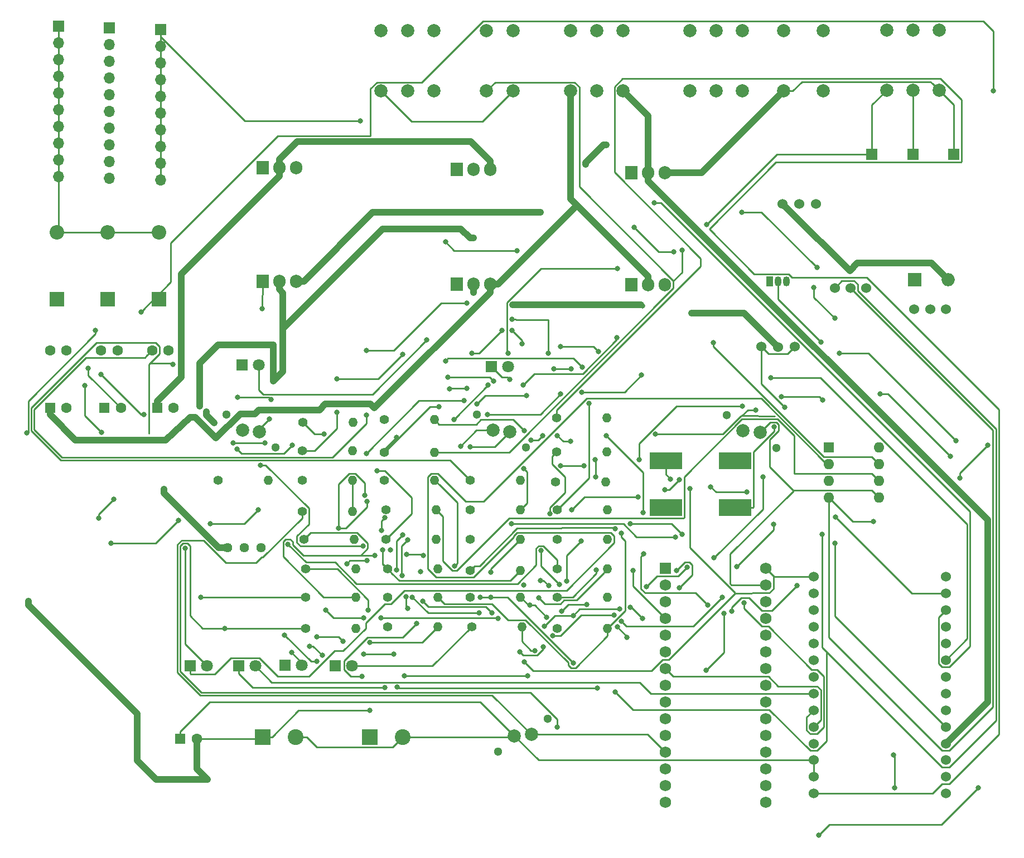
<source format=gbr>
G04 #@! TF.GenerationSoftware,KiCad,Pcbnew,5.1.5-52549c5~84~ubuntu19.04.1*
G04 #@! TF.CreationDate,2020-02-13T11:45:51+01:00*
G04 #@! TF.ProjectId,laborBerlin,6c61626f-7242-4657-926c-696e2e6b6963,rev?*
G04 #@! TF.SameCoordinates,Original*
G04 #@! TF.FileFunction,Copper,L2,Bot*
G04 #@! TF.FilePolarity,Positive*
%FSLAX46Y46*%
G04 Gerber Fmt 4.6, Leading zero omitted, Abs format (unit mm)*
G04 Created by KiCad (PCBNEW 5.1.5-52549c5~84~ubuntu19.04.1) date 2020-02-13 11:45:51*
%MOMM*%
%LPD*%
G04 APERTURE LIST*
%ADD10R,1.700000X1.700000*%
%ADD11R,1.727200X1.727200*%
%ADD12C,1.727200*%
%ADD13C,1.300000*%
%ADD14C,2.000000*%
%ADD15O,1.600000X1.600000*%
%ADD16R,1.600000X1.600000*%
%ADD17R,1.050000X1.500000*%
%ADD18O,1.050000X1.500000*%
%ADD19C,1.524000*%
%ADD20C,1.440000*%
%ADD21O,1.400000X1.400000*%
%ADD22C,1.400000*%
%ADD23O,1.905000X2.000000*%
%ADD24R,1.905000X2.000000*%
%ADD25R,5.000000X2.500000*%
%ADD26O,1.700000X1.700000*%
%ADD27C,1.800000*%
%ADD28R,1.800000X1.800000*%
%ADD29O,2.200000X2.200000*%
%ADD30R,2.200000X2.200000*%
%ADD31O,2.000000X2.000000*%
%ADD32R,2.000000X2.000000*%
%ADD33C,2.400000*%
%ADD34R,2.400000X2.400000*%
%ADD35C,1.600000*%
%ADD36C,0.800000*%
%ADD37C,0.250000*%
%ADD38C,1.000000*%
G04 APERTURE END LIST*
D10*
X205200000Y-37500000D03*
X198975000Y-37500000D03*
X192750000Y-37500000D03*
D11*
X161380000Y-100380000D03*
D12*
X161380000Y-102920000D03*
X161380000Y-105460000D03*
X161380000Y-108000000D03*
X161380000Y-110540000D03*
X161380000Y-113080000D03*
X161380000Y-115620000D03*
X161380000Y-118160000D03*
X161380000Y-120700000D03*
X161380000Y-123240000D03*
X161380000Y-125780000D03*
X161380000Y-128320000D03*
X161380000Y-130860000D03*
X161380000Y-133400000D03*
X161380000Y-135940000D03*
X176620000Y-135940000D03*
X176620000Y-133400000D03*
X176620000Y-130860000D03*
X176620000Y-128320000D03*
X176620000Y-125780000D03*
X176620000Y-123240000D03*
X176620000Y-120700000D03*
X176620000Y-118160000D03*
X176620000Y-115620000D03*
X176620000Y-113080000D03*
X176620000Y-110540000D03*
X176620000Y-108000000D03*
X176620000Y-105460000D03*
X176620000Y-102920000D03*
X176620000Y-100380000D03*
D13*
X136000000Y-128250000D03*
X143500000Y-123250000D03*
D14*
X138450000Y-125850000D03*
X141050000Y-125650000D03*
D13*
X178250000Y-82100000D03*
X170750000Y-77100000D03*
D14*
X175800000Y-79700000D03*
X173200000Y-79500000D03*
D13*
X140250000Y-82000000D03*
X132750000Y-77000000D03*
D14*
X137800000Y-79600000D03*
X135200000Y-79400000D03*
X169100000Y-27850000D03*
X169100000Y-18650000D03*
X165100000Y-27850000D03*
X173100000Y-27850000D03*
X165100000Y-18650000D03*
X173100000Y-18650000D03*
D13*
X102250000Y-82000000D03*
X94750000Y-77000000D03*
D14*
X99800000Y-79600000D03*
X97200000Y-79400000D03*
X151000000Y-27850000D03*
X151000000Y-18650000D03*
X147000000Y-27850000D03*
X155000000Y-27850000D03*
X147000000Y-18650000D03*
X155000000Y-18650000D03*
D15*
X193870000Y-82000000D03*
X186250000Y-89620000D03*
X193870000Y-84540000D03*
X186250000Y-87080000D03*
X193870000Y-87080000D03*
X186250000Y-84540000D03*
X193870000Y-89620000D03*
D16*
X186250000Y-82000000D03*
D17*
X177250000Y-56750000D03*
D18*
X179790000Y-56750000D03*
X178520000Y-56750000D03*
D14*
X122250000Y-27850000D03*
X122250000Y-18650000D03*
X118250000Y-27850000D03*
X126250000Y-27850000D03*
X118250000Y-18650000D03*
X126250000Y-18650000D03*
X134250000Y-27850000D03*
X138250000Y-27850000D03*
X134250000Y-18650000D03*
X138250000Y-18650000D03*
X198975000Y-27750000D03*
X198975000Y-18550000D03*
X194975000Y-27750000D03*
X202975000Y-27750000D03*
X194975000Y-18550000D03*
X202975000Y-18550000D03*
D19*
X203950000Y-116860000D03*
X203950000Y-106730000D03*
X203950000Y-132040000D03*
X203950000Y-119390000D03*
X203950000Y-101650000D03*
X203950000Y-109240000D03*
X203950000Y-129540000D03*
X203950000Y-114320000D03*
X203950000Y-121930000D03*
X203950000Y-104190000D03*
X203950000Y-134580000D03*
X203950000Y-111780000D03*
X203950000Y-127010000D03*
X203950000Y-124470000D03*
X183900000Y-134580000D03*
X183900000Y-132040000D03*
X183900000Y-129540000D03*
X183900000Y-127010000D03*
X183900000Y-124470000D03*
X183900000Y-121930000D03*
X183900000Y-119390000D03*
X183900000Y-116860000D03*
X183900000Y-114320000D03*
X183900000Y-111780000D03*
X183900000Y-109240000D03*
X183900000Y-104190000D03*
X183900000Y-101650000D03*
X183900000Y-106730000D03*
D20*
X94920000Y-97250000D03*
X97460000Y-97250000D03*
X100000000Y-97250000D03*
D21*
X139370000Y-96000000D03*
D22*
X131750000Y-96000000D03*
D21*
X126370000Y-82750000D03*
D22*
X118750000Y-82750000D03*
D21*
X139620000Y-109250000D03*
D22*
X132000000Y-109250000D03*
D21*
X126370000Y-87000000D03*
D22*
X118750000Y-87000000D03*
D21*
X114370000Y-104750000D03*
D22*
X106750000Y-104750000D03*
D21*
X101120000Y-87000000D03*
D22*
X93500000Y-87000000D03*
D21*
X126620000Y-96000000D03*
D22*
X119000000Y-96000000D03*
D21*
X126620000Y-91500000D03*
D22*
X119000000Y-91500000D03*
D21*
X152620000Y-104750000D03*
D22*
X145000000Y-104750000D03*
D21*
X139370000Y-100750000D03*
D22*
X131750000Y-100750000D03*
D21*
X139370000Y-104750000D03*
D22*
X131750000Y-104750000D03*
D21*
X152620000Y-100500000D03*
D22*
X145000000Y-100500000D03*
D21*
X139370000Y-91500000D03*
D22*
X131750000Y-91500000D03*
D21*
X152620000Y-96000000D03*
D22*
X145000000Y-96000000D03*
D21*
X152620000Y-109500000D03*
D22*
X145000000Y-109500000D03*
D21*
X126870000Y-104750000D03*
D22*
X119250000Y-104750000D03*
D21*
X152620000Y-91500000D03*
D22*
X145000000Y-91500000D03*
D21*
X113870000Y-91750000D03*
D22*
X106250000Y-91750000D03*
D21*
X113870000Y-87000000D03*
D22*
X106250000Y-87000000D03*
D21*
X152370000Y-87250000D03*
D22*
X144750000Y-87250000D03*
D21*
X126870000Y-100500000D03*
D22*
X119250000Y-100500000D03*
D21*
X126320000Y-77800000D03*
D22*
X118700000Y-77800000D03*
D21*
X139370000Y-87000000D03*
D22*
X131750000Y-87000000D03*
D21*
X126870000Y-109250000D03*
D22*
X119250000Y-109250000D03*
D21*
X152520000Y-82700000D03*
D22*
X144900000Y-82700000D03*
D21*
X113870000Y-82500000D03*
D22*
X106250000Y-82500000D03*
D21*
X114370000Y-100500000D03*
D22*
X106750000Y-100500000D03*
D21*
X114120000Y-96000000D03*
D22*
X106500000Y-96000000D03*
D21*
X114020000Y-78200000D03*
D22*
X106400000Y-78200000D03*
D21*
X114370000Y-109500000D03*
D22*
X106750000Y-109500000D03*
D21*
X152520000Y-77500000D03*
D22*
X144900000Y-77500000D03*
D19*
X191900000Y-57750000D03*
X189500000Y-57750000D03*
X187100000Y-57750000D03*
X204000000Y-61006000D03*
X199200000Y-61006000D03*
X201600000Y-61032000D03*
D23*
X134780000Y-57200000D03*
X132240000Y-57200000D03*
D24*
X129700000Y-57200000D03*
D23*
X134830000Y-39750000D03*
X132290000Y-39750000D03*
D24*
X129750000Y-39750000D03*
D23*
X105330000Y-56750000D03*
X102790000Y-56750000D03*
D24*
X100250000Y-56750000D03*
D23*
X161330000Y-57250000D03*
X158790000Y-57250000D03*
D24*
X156250000Y-57250000D03*
D23*
X105330000Y-39500000D03*
X102790000Y-39500000D03*
D24*
X100250000Y-39500000D03*
D23*
X161330000Y-40250000D03*
X158790000Y-40250000D03*
D24*
X156250000Y-40250000D03*
D19*
X184290000Y-45000000D03*
X181750000Y-45000000D03*
X179210000Y-45000000D03*
D25*
X171950000Y-84050000D03*
X161450000Y-91150000D03*
X161450000Y-84050000D03*
X171950000Y-91150000D03*
D26*
X84750000Y-41360000D03*
X84750000Y-38820000D03*
X84750000Y-36280000D03*
X84750000Y-33740000D03*
X84750000Y-31200000D03*
X84750000Y-28660000D03*
X84750000Y-26120000D03*
X84750000Y-23580000D03*
X84750000Y-21040000D03*
D10*
X84750000Y-18500000D03*
D26*
X77000000Y-41110000D03*
X77000000Y-38570000D03*
X77000000Y-36030000D03*
X77000000Y-33490000D03*
X77000000Y-30950000D03*
X77000000Y-28410000D03*
X77000000Y-25870000D03*
X77000000Y-23330000D03*
X77000000Y-20790000D03*
D10*
X77000000Y-18250000D03*
D26*
X69250000Y-40860000D03*
X69250000Y-38320000D03*
X69250000Y-35780000D03*
X69250000Y-33240000D03*
X69250000Y-30700000D03*
X69250000Y-28160000D03*
X69250000Y-25620000D03*
X69250000Y-23080000D03*
X69250000Y-20540000D03*
D10*
X69250000Y-18000000D03*
D14*
X179325000Y-18650000D03*
X179325000Y-27850000D03*
X185400000Y-18650000D03*
X185400000Y-27850000D03*
D19*
X181040000Y-66706000D03*
X175960000Y-66706000D03*
X178500000Y-66732000D03*
D27*
X91840000Y-115200000D03*
D28*
X89300000Y-115200000D03*
D27*
X113840000Y-115200000D03*
D28*
X111300000Y-115200000D03*
D27*
X106240000Y-115100000D03*
D28*
X103700000Y-115100000D03*
D27*
X99140000Y-115200000D03*
D28*
X96600000Y-115200000D03*
D29*
X76750000Y-49340000D03*
D30*
X76750000Y-59500000D03*
D29*
X84500000Y-49340000D03*
D30*
X84500000Y-59500000D03*
D31*
X204330000Y-56500000D03*
D32*
X199250000Y-56500000D03*
D29*
X69000000Y-49340000D03*
D30*
X69000000Y-59500000D03*
D27*
X137540000Y-69700000D03*
D28*
X135000000Y-69700000D03*
D27*
X99700000Y-69500000D03*
D28*
X97160000Y-69500000D03*
D33*
X121500000Y-126000000D03*
D34*
X116500000Y-126000000D03*
D35*
X86000000Y-67250000D03*
X83500000Y-67250000D03*
D33*
X105250000Y-126000000D03*
D34*
X100250000Y-126000000D03*
D35*
X70500000Y-67250000D03*
X68000000Y-67250000D03*
X70500000Y-76000000D03*
D16*
X68000000Y-76000000D03*
D35*
X86750000Y-76000000D03*
D16*
X84250000Y-76000000D03*
D35*
X78750000Y-76000000D03*
D16*
X76250000Y-76000000D03*
D35*
X90250000Y-126250000D03*
D16*
X87750000Y-126250000D03*
D35*
X78250000Y-67250000D03*
X75750000Y-67250000D03*
D36*
X74900000Y-64200000D03*
X64495032Y-79797293D03*
X94527180Y-109500000D03*
X145000000Y-124500000D03*
X185000000Y-66000000D03*
X115100000Y-32400000D03*
X96500000Y-74400000D03*
X101500000Y-74700000D03*
X101300000Y-77700000D03*
X173300000Y-105600000D03*
X156500000Y-100700000D03*
X131800000Y-81900000D03*
X99900000Y-84700011D03*
X118800000Y-92700000D03*
X142400000Y-102200000D03*
X143700000Y-102999999D03*
X142187347Y-104887347D03*
X115500000Y-97000000D03*
X118500000Y-97600000D03*
X118305001Y-94600000D03*
X137800000Y-71700000D03*
X64699981Y-105384983D03*
X116500000Y-122000000D03*
X165100000Y-88300000D03*
X162200000Y-86800000D03*
X116500000Y-111630000D03*
X140000000Y-114600000D03*
X73800000Y-70000000D03*
X142400000Y-46300000D03*
X149300000Y-39000000D03*
X152400000Y-36000000D03*
X158800000Y-36000000D03*
X86750000Y-76000000D03*
X77700000Y-89900000D03*
X75400000Y-92800000D03*
X196200000Y-133700000D03*
X196000000Y-128700000D03*
X75703032Y-70903032D03*
X82200000Y-77000000D03*
X81800000Y-61400000D03*
X211200000Y-27800000D03*
X210300000Y-81700000D03*
X206100000Y-86700000D03*
X159700000Y-44800000D03*
X119700000Y-97600000D03*
X117653846Y-85553846D03*
X116000000Y-82900000D03*
X130800000Y-74900000D03*
X132800000Y-75400000D03*
X140343154Y-74156846D03*
X145000000Y-80200000D03*
X147000000Y-81100000D03*
X150700000Y-83900000D03*
X150800000Y-86500000D03*
X153799924Y-94330478D03*
X130300000Y-81800000D03*
X137500000Y-67700000D03*
X154100000Y-54800000D03*
X156700000Y-48600000D03*
X162700000Y-52300000D03*
X173000000Y-46300000D03*
X184400000Y-54700000D03*
X183900000Y-57700000D03*
X187100000Y-62400000D03*
X187800000Y-67700000D03*
X205500000Y-81000000D03*
X117249999Y-98400000D03*
X122100000Y-98300000D03*
X124619999Y-98400000D03*
X115800000Y-89300000D03*
X111787347Y-94287347D03*
X116100000Y-90200000D03*
X185200000Y-95200000D03*
X73300000Y-72600000D03*
X75800000Y-79700000D03*
X90900000Y-104800000D03*
X109800000Y-106700000D03*
X115600000Y-107900000D03*
X118200000Y-107900000D03*
X136000000Y-108000000D03*
X140800000Y-106000000D03*
X153800000Y-119200000D03*
X155600000Y-110900000D03*
X154100000Y-109300000D03*
X143387347Y-107787347D03*
X145675000Y-106875000D03*
X149500000Y-105872347D03*
X157800000Y-71000000D03*
X148700000Y-73600000D03*
X147100000Y-70100000D03*
X168700000Y-66100000D03*
X143600000Y-67700000D03*
X144500000Y-70100000D03*
X116000000Y-77100000D03*
X116000000Y-67300000D03*
X131300000Y-60100000D03*
X138100000Y-62500000D03*
X157900000Y-60500000D03*
X165400000Y-61600000D03*
X101850000Y-71950000D03*
X90700000Y-75700000D03*
X91700000Y-76600000D03*
X92900000Y-78300000D03*
X85256846Y-88356846D03*
X108500000Y-114500000D03*
X103600000Y-110500000D03*
X138175000Y-60300000D03*
X132300000Y-50200000D03*
X125200000Y-65700000D03*
X128000000Y-68900000D03*
X148800000Y-69800000D03*
X149800000Y-75300000D03*
X111500000Y-76700000D03*
X111500000Y-71600000D03*
X121500000Y-67900000D03*
X128400000Y-71300000D03*
X135300000Y-71900000D03*
X118800000Y-118500000D03*
X122300000Y-96100000D03*
X121400000Y-101500010D03*
X104700000Y-113200000D03*
X120600000Y-80500000D03*
X127000000Y-75800000D03*
X128600000Y-73100000D03*
X134400000Y-77000000D03*
X145500010Y-73900000D03*
X145500010Y-66700000D03*
X151223848Y-67423848D03*
X152438846Y-80238846D03*
X158000000Y-91900000D03*
X158100000Y-98200000D03*
X167837347Y-105937347D03*
X170300000Y-107200000D03*
X167600000Y-115900000D03*
X95800000Y-81300000D03*
X100625000Y-81300000D03*
X131300000Y-73000000D03*
X128000000Y-50800000D03*
X138900000Y-52100000D03*
X121500000Y-95300000D03*
X120600000Y-100600000D03*
X108500000Y-110800000D03*
X112500000Y-111500000D03*
X151100000Y-118600000D03*
X120700000Y-118425000D03*
X120200000Y-113400000D03*
X115600000Y-113400000D03*
X99600000Y-91500000D03*
X92300000Y-93600000D03*
X88500000Y-97300000D03*
X150900000Y-100600000D03*
X104100000Y-96700000D03*
X179500000Y-75900000D03*
X177900000Y-78900000D03*
X167700000Y-48100000D03*
X163900000Y-52000000D03*
X157900000Y-108000000D03*
X156025000Y-106300000D03*
X147400000Y-107600000D03*
X143000000Y-109200000D03*
X141600000Y-112900000D03*
X154497347Y-106597347D03*
X122300000Y-106500001D03*
X122010048Y-104658579D03*
X124200000Y-100900000D03*
X113039152Y-99660848D03*
X116130848Y-99230848D03*
X107402643Y-112202643D03*
X109300000Y-113600000D03*
X115300000Y-116800000D03*
X123600000Y-108800000D03*
X134900000Y-101000000D03*
X139900000Y-102900000D03*
X139909808Y-85251576D03*
X135100000Y-107175000D03*
X124612653Y-105387347D03*
X152520000Y-82700000D03*
X86600000Y-69400000D03*
X100200000Y-60900000D03*
X129400000Y-100000000D03*
X123000000Y-104800000D03*
X133100000Y-107175000D03*
X139300000Y-113100000D03*
X142900000Y-112300000D03*
X144275000Y-110602547D03*
X153597347Y-107497347D03*
X154722653Y-108422653D03*
X170000000Y-104800000D03*
X171500000Y-106900000D03*
X181400000Y-103000000D03*
X192940154Y-93240154D03*
X77200000Y-96600000D03*
X87500000Y-93100000D03*
X96400000Y-82300000D03*
X104800000Y-81700000D03*
X109600000Y-79950001D03*
X140500000Y-116700000D03*
X121800000Y-116700000D03*
X116300000Y-106700000D03*
X147400000Y-114800000D03*
X134900000Y-104800000D03*
X133317002Y-104800000D03*
X143834076Y-92075000D03*
X142500000Y-97675000D03*
X145300000Y-102800000D03*
X184700000Y-140900000D03*
X208900000Y-133700000D03*
X187100000Y-96600000D03*
X162900000Y-95600000D03*
X138000000Y-93600000D03*
X139954433Y-79454433D03*
X141016731Y-80900000D03*
X142800846Y-80200846D03*
X145500010Y-84800000D03*
X149075000Y-84800000D03*
X157400000Y-83900000D03*
X173104848Y-75704848D03*
X177400000Y-71400000D03*
X187200000Y-92600000D03*
X163900000Y-95200000D03*
X156100000Y-93600000D03*
X154054433Y-65354433D03*
X159900000Y-80000000D03*
X175075000Y-76300000D03*
X204700000Y-83400000D03*
X194000000Y-73900000D03*
X185300000Y-74800000D03*
X179000000Y-74300000D03*
X139800000Y-72500000D03*
X139625000Y-66300000D03*
X138100000Y-64200000D03*
X136562653Y-64237347D03*
X132000000Y-67700001D03*
X134500000Y-72500000D03*
X129300000Y-77774999D03*
X146400000Y-102300000D03*
X148600000Y-96200000D03*
X154673848Y-95073848D03*
X147149999Y-91500000D03*
X157275000Y-89500000D03*
X161300000Y-88475001D03*
X163550001Y-86900000D03*
X168300000Y-88000000D03*
X173800000Y-88800000D03*
X177800000Y-93700000D03*
X172200000Y-100100000D03*
X163115547Y-100759148D03*
X163500000Y-103300000D03*
X176200000Y-86500000D03*
X168800000Y-98800000D03*
X164700000Y-100200000D03*
X158500000Y-103200000D03*
D37*
X105760051Y-109500000D02*
X106750000Y-109500000D01*
X94527180Y-109500000D02*
X105760051Y-109500000D01*
X64699982Y-74965703D02*
X64699982Y-79672802D01*
X74900000Y-64765685D02*
X64699982Y-74965703D01*
X74900000Y-64200000D02*
X74900000Y-64765685D01*
X64699982Y-79672802D02*
X64619523Y-79672802D01*
X64619523Y-79672802D02*
X64495032Y-79797293D01*
X89225001Y-96951999D02*
X88848001Y-96574999D01*
X106750000Y-109500000D02*
X91123610Y-109500000D01*
X145000000Y-123306998D02*
X145000000Y-124500000D01*
X89225001Y-107601391D02*
X89225001Y-96951999D01*
X88848001Y-96574999D02*
X88151999Y-96574999D01*
X91123610Y-109500000D02*
X89225001Y-107601391D01*
X90939999Y-119225001D02*
X140918003Y-119225001D01*
X88151999Y-96574999D02*
X87774999Y-96951999D01*
X87774999Y-96951999D02*
X87774999Y-116060001D01*
X87774999Y-116060001D02*
X90939999Y-119225001D01*
X140918003Y-119225001D02*
X145000000Y-123306998D01*
D38*
X166925000Y-40250000D02*
X179325000Y-27850000D01*
X161330000Y-40250000D02*
X166925000Y-40250000D01*
D37*
X205200000Y-29975000D02*
X202975000Y-27750000D01*
X205200000Y-37500000D02*
X205200000Y-29975000D01*
X201649999Y-26424999D02*
X201975001Y-26750001D01*
X201975001Y-26750001D02*
X202975000Y-27750000D01*
X182164214Y-26424999D02*
X201649999Y-26424999D01*
X180739213Y-27850000D02*
X182164214Y-26424999D01*
X179325000Y-27850000D02*
X180739213Y-27850000D01*
X138250000Y-27850000D02*
X133600000Y-32500000D01*
X122900000Y-32500000D02*
X118250000Y-27850000D01*
X133600000Y-32500000D02*
X122900000Y-32500000D01*
X178520000Y-56750000D02*
X178520000Y-59520000D01*
X178520000Y-59520000D02*
X185000000Y-66000000D01*
X84750000Y-18500000D02*
X84750000Y-21040000D01*
X84750000Y-21040000D02*
X84750000Y-23580000D01*
X84750000Y-23580000D02*
X84750000Y-26120000D01*
X84750000Y-26120000D02*
X84750000Y-28660000D01*
X84750000Y-29862081D02*
X84750000Y-31200000D01*
X84750000Y-28660000D02*
X84750000Y-29862081D01*
X84750000Y-31200000D02*
X84750000Y-33740000D01*
X84750000Y-33740000D02*
X84750000Y-41360000D01*
X97550000Y-32400000D02*
X84750000Y-19600000D01*
X84750000Y-19600000D02*
X84750000Y-18500000D01*
X115100000Y-32400000D02*
X97550000Y-32400000D01*
X96500000Y-74400000D02*
X101200000Y-74400000D01*
X101200000Y-74400000D02*
X101500000Y-74700000D01*
X99800000Y-79200000D02*
X99800000Y-79600000D01*
X101300000Y-77700000D02*
X99800000Y-79200000D01*
X87750000Y-125200000D02*
X92250000Y-120700000D01*
X87750000Y-126250000D02*
X87750000Y-125200000D01*
X133300000Y-120700000D02*
X138450000Y-125850000D01*
X92250000Y-120700000D02*
X133300000Y-120700000D01*
X138300000Y-126000000D02*
X138450000Y-125850000D01*
X121500000Y-126000000D02*
X138300000Y-126000000D01*
X120300001Y-127199999D02*
X121500000Y-126000000D01*
X108472057Y-127525001D02*
X119974999Y-127525001D01*
X106947056Y-126000000D02*
X108472057Y-127525001D01*
X119974999Y-127525001D02*
X120300001Y-127199999D01*
X105250000Y-126000000D02*
X106947056Y-126000000D01*
X192744999Y-88494999D02*
X180905001Y-88494999D01*
X193870000Y-89620000D02*
X192744999Y-88494999D01*
X171200000Y-98200000D02*
X171200000Y-102700000D01*
X171420000Y-102920000D02*
X176620000Y-102920000D01*
X171200000Y-102700000D02*
X171420000Y-102920000D01*
X177274999Y-84974999D02*
X180900000Y-88600000D01*
X177274999Y-80786412D02*
X177274999Y-84974999D01*
X178625001Y-79436410D02*
X177274999Y-80786412D01*
X178625001Y-78551999D02*
X178625001Y-79436410D01*
X177325001Y-78174999D02*
X178248001Y-78174999D01*
X178248001Y-78174999D02*
X178625001Y-78551999D01*
X180900000Y-88600000D02*
X171200000Y-98200000D01*
X175800000Y-79700000D02*
X177325001Y-78174999D01*
X180905001Y-88494999D02*
X180900000Y-88600000D01*
X173300000Y-106439130D02*
X173300000Y-105600000D01*
X184421761Y-125557001D02*
X185437011Y-124541751D01*
X182812999Y-123017001D02*
X182812999Y-124991761D01*
X183900000Y-121930000D02*
X182812999Y-123017001D01*
X183378239Y-125557001D02*
X184421761Y-125557001D01*
X185437011Y-116788249D02*
X184421761Y-115772999D01*
X177027731Y-109188601D02*
X176049471Y-109188601D01*
X182812999Y-124991761D02*
X183378239Y-125557001D01*
X185437011Y-124541751D02*
X185437011Y-116788249D01*
X184421761Y-115772999D02*
X183612129Y-115772999D01*
X183612129Y-115772999D02*
X177027731Y-109188601D01*
X176049471Y-109188601D02*
X173300000Y-106439130D01*
X161380000Y-108000000D02*
X156500000Y-103120000D01*
X156500000Y-103120000D02*
X156500000Y-100700000D01*
X119949999Y-101199999D02*
X119250000Y-100500000D01*
X137894990Y-102225010D02*
X120975010Y-102225010D01*
X120975010Y-102225010D02*
X119949999Y-101199999D01*
X139370000Y-100750000D02*
X137894990Y-102225010D01*
X107275001Y-93707997D02*
X107275001Y-91257999D01*
X100717013Y-84700011D02*
X99900000Y-84700011D01*
X105474999Y-95507999D02*
X107275001Y-93707997D01*
X105474999Y-96492001D02*
X105474999Y-95507999D01*
X107275001Y-91257999D02*
X100717013Y-84700011D01*
X106007999Y-97025001D02*
X105474999Y-96492001D01*
X118550001Y-99800001D02*
X119250000Y-100500000D01*
X142400000Y-102200000D02*
X142900001Y-102200000D01*
X142900001Y-102200000D02*
X143700000Y-102999999D01*
X151920001Y-101199999D02*
X152620000Y-100500000D01*
X147919990Y-105200010D02*
X151920001Y-101199999D01*
X146025001Y-105200010D02*
X147919990Y-105200010D01*
X145450010Y-105775001D02*
X146025001Y-105200010D01*
X143075001Y-105775001D02*
X145450010Y-105775001D01*
X142187347Y-104887347D02*
X143075001Y-105775001D01*
X142140000Y-129540000D02*
X183900000Y-129540000D01*
X138450000Y-125850000D02*
X142140000Y-129540000D01*
X183900000Y-129540000D02*
X183900000Y-132040000D01*
X106007999Y-97025001D02*
X115474999Y-97025001D01*
X115474999Y-97025001D02*
X115500000Y-97000000D01*
X118500000Y-97600000D02*
X118200000Y-97600000D01*
X135500000Y-81900000D02*
X137800000Y-79600000D01*
X131800000Y-81900000D02*
X135500000Y-81900000D01*
X118500000Y-99750000D02*
X118500000Y-97600000D01*
X119250000Y-100500000D02*
X118500000Y-99750000D01*
X118305001Y-93194999D02*
X118800000Y-92700000D01*
X118305001Y-94600000D02*
X118305001Y-93194999D01*
X136600001Y-71300001D02*
X135000000Y-69700000D01*
X137400001Y-71300001D02*
X136600001Y-71300001D01*
X137800000Y-71700000D02*
X137400001Y-71300001D01*
X69250000Y-18000000D02*
X69250000Y-49050000D01*
X69540000Y-49340000D02*
X84500000Y-49340000D01*
X69250000Y-49050000D02*
X69540000Y-49340000D01*
X100000000Y-126250000D02*
X100250000Y-126000000D01*
X90250000Y-126250000D02*
X100000000Y-126250000D01*
X105700000Y-122000000D02*
X116500000Y-122000000D01*
X100250000Y-126000000D02*
X101700000Y-126000000D01*
X101700000Y-126000000D02*
X105700000Y-122000000D01*
X177890000Y-101650000D02*
X176620000Y-100380000D01*
X183900000Y-101650000D02*
X177890000Y-101650000D01*
X165100000Y-97236410D02*
X165100000Y-88300000D01*
X177808601Y-103490529D02*
X177190529Y-104108601D01*
X177808601Y-101568601D02*
X177808601Y-103490529D01*
X176620000Y-100380000D02*
X177808601Y-101568601D01*
X171972191Y-104108601D02*
X165100000Y-97236410D01*
X161450000Y-86050000D02*
X161450000Y-84050000D01*
X162200000Y-86800000D02*
X161450000Y-86050000D01*
X124490000Y-111630000D02*
X126870000Y-109250000D01*
X116500000Y-111630000D02*
X124490000Y-111630000D01*
X161931399Y-114268601D02*
X172000000Y-104200000D01*
X160972269Y-114268601D02*
X161931399Y-114268601D01*
X159265860Y-115975010D02*
X160972269Y-114268601D01*
X141375010Y-115975010D02*
X159265860Y-115975010D01*
X140000000Y-114600000D02*
X141375010Y-115975010D01*
X177190529Y-104108601D02*
X172000000Y-104200000D01*
X172000000Y-104200000D02*
X171972191Y-104108601D01*
D38*
X64699981Y-105950668D02*
X81200000Y-122450687D01*
X81200000Y-122450687D02*
X81200000Y-129600000D01*
X81200000Y-129600000D02*
X84100000Y-132500000D01*
X84100000Y-132500000D02*
X91900000Y-132500000D01*
X90250000Y-130850000D02*
X90250000Y-126250000D01*
X91900000Y-132500000D02*
X90250000Y-130850000D01*
X64699981Y-105950668D02*
X64699981Y-105384983D01*
D37*
X78750000Y-76000000D02*
X73800000Y-71050000D01*
X73800000Y-71050000D02*
X73800000Y-70000000D01*
D38*
X158790000Y-41500000D02*
X210300000Y-93010000D01*
X158790000Y-40250000D02*
X158790000Y-41500000D01*
X210300000Y-120660000D02*
X203950000Y-127010000D01*
X210300000Y-93010000D02*
X210300000Y-120660000D01*
X158790000Y-31640000D02*
X155000000Y-27850000D01*
X116982500Y-46300000D02*
X142400000Y-46300000D01*
X105330000Y-56750000D02*
X106532500Y-56750000D01*
X106532500Y-56750000D02*
X116982500Y-46300000D01*
X158790000Y-40250000D02*
X158800000Y-36000000D01*
X158800000Y-36000000D02*
X158790000Y-31640000D01*
X152000000Y-36000000D02*
X152400000Y-36000000D01*
X149300000Y-39000000D02*
X149300000Y-38700000D01*
X149300000Y-38700000D02*
X152000000Y-36000000D01*
D37*
X77700000Y-89900000D02*
X75400000Y-92200000D01*
X75400000Y-92200000D02*
X75400000Y-92800000D01*
X196200000Y-133700000D02*
X196200000Y-128900000D01*
X196200000Y-128900000D02*
X196000000Y-128700000D01*
X75703032Y-70903032D02*
X81800000Y-77000000D01*
X81800000Y-77000000D02*
X82200000Y-77000000D01*
D38*
X102790000Y-38250000D02*
X105540000Y-35500000D01*
X102790000Y-39500000D02*
X102790000Y-38250000D01*
X131830000Y-35500000D02*
X134830000Y-38500000D01*
X134830000Y-38500000D02*
X134830000Y-39750000D01*
X105540000Y-35500000D02*
X131830000Y-35500000D01*
X84250000Y-74950000D02*
X84250000Y-76000000D01*
X87125001Y-72074999D02*
X84250000Y-74950000D01*
X102790000Y-39500000D02*
X102790000Y-40750000D01*
X87870000Y-71330000D02*
X87125001Y-72074999D01*
X87870000Y-55670000D02*
X87870000Y-71330000D01*
X102790000Y-40750000D02*
X87870000Y-55670000D01*
D37*
X117613999Y-26524999D02*
X124413999Y-26524999D01*
X124413999Y-26524999D02*
X133713999Y-17224999D01*
X116625010Y-27513988D02*
X117613999Y-26524999D01*
X133713999Y-17224999D02*
X209624999Y-17224999D01*
X86299991Y-56900009D02*
X86299991Y-50912507D01*
X81800000Y-61400000D02*
X86299991Y-56900009D01*
X116625010Y-34674990D02*
X116625010Y-27513988D01*
X102537508Y-34674990D02*
X116625010Y-34674990D01*
X86299991Y-50912507D02*
X102537508Y-34674990D01*
X209624999Y-17224999D02*
X211200000Y-18800000D01*
X211200000Y-18800000D02*
X211200000Y-27800000D01*
X210300000Y-81700000D02*
X206100000Y-85900000D01*
X206100000Y-85900000D02*
X206100000Y-86700000D01*
D38*
X147000000Y-44210000D02*
X147000000Y-29264213D01*
X147000000Y-29264213D02*
X147000000Y-27850000D01*
X158790000Y-57250000D02*
X158790000Y-56000000D01*
X135982500Y-57200000D02*
X147582500Y-45600000D01*
X134780000Y-57200000D02*
X135982500Y-57200000D01*
X158790000Y-56000000D02*
X148400000Y-45600000D01*
D37*
X147582500Y-45600000D02*
X148400000Y-45600000D01*
D38*
X148400000Y-45600000D02*
X147000000Y-44210000D01*
X134780000Y-57200000D02*
X134780000Y-58450000D01*
X134780000Y-58450000D02*
X117205001Y-76024999D01*
X68000000Y-77050000D02*
X68000000Y-76000000D01*
X71850000Y-80900000D02*
X68000000Y-77050000D01*
X83515002Y-80900000D02*
X71850000Y-80900000D01*
D37*
X160742762Y-44800000D02*
X159700000Y-44800000D01*
X207650010Y-91707248D02*
X160742762Y-44800000D01*
X202862999Y-107817001D02*
X202862999Y-114841761D01*
X202862999Y-114841761D02*
X203428239Y-115407001D01*
X207650010Y-112228752D02*
X207650010Y-91707248D01*
X203950000Y-106730000D02*
X202862999Y-107817001D01*
X203428239Y-115407001D02*
X204471761Y-115407001D01*
X204471761Y-115407001D02*
X207650010Y-112228752D01*
D38*
X116605003Y-75425001D02*
X117205001Y-76024999D01*
D37*
X133166587Y-100050001D02*
X138916588Y-94300000D01*
X134043154Y-74156846D02*
X132800000Y-75400000D01*
X122900000Y-89632998D02*
X122900000Y-92100000D01*
X122900000Y-92100000D02*
X119000000Y-96000000D01*
X117653846Y-85553846D02*
X118820848Y-85553846D01*
X118820848Y-85553846D02*
X122900000Y-89632998D01*
X124000000Y-74900000D02*
X116000000Y-82900000D01*
X130800000Y-74900000D02*
X124000000Y-74900000D01*
X140343154Y-74156846D02*
X134043154Y-74156846D01*
X145900000Y-81100000D02*
X145000000Y-80200000D01*
X147000000Y-81100000D02*
X145900000Y-81100000D01*
X150800000Y-84000000D02*
X150700000Y-83900000D01*
X150800000Y-86500000D02*
X150800000Y-84000000D01*
X153669446Y-94200000D02*
X153799924Y-94330478D01*
X145700000Y-94200000D02*
X153669446Y-94200000D01*
X138916588Y-94300000D02*
X145600000Y-94300000D01*
X145600000Y-94300000D02*
X145700000Y-94200000D01*
X132449999Y-100050001D02*
X133166587Y-100050001D01*
X131750000Y-100750000D02*
X132449999Y-100050001D01*
X135200000Y-79400000D02*
X132700000Y-79400000D01*
X132700000Y-79400000D02*
X130300000Y-81800000D01*
X142508260Y-54800000D02*
X137349990Y-59958270D01*
X154100000Y-54800000D02*
X142508260Y-54800000D01*
X137349990Y-59958270D02*
X137349990Y-67549990D01*
X137349990Y-67549990D02*
X137500000Y-67700000D01*
X160400000Y-52300000D02*
X156700000Y-48600000D01*
X162700000Y-52300000D02*
X160400000Y-52300000D01*
X176000000Y-46300000D02*
X173000000Y-46300000D01*
X184400000Y-54700000D02*
X176000000Y-46300000D01*
X183900000Y-59200000D02*
X183900000Y-57700000D01*
X187100000Y-62400000D02*
X183900000Y-59200000D01*
X192200000Y-67700000D02*
X187800000Y-67700000D01*
X205500000Y-81000000D02*
X192200000Y-67700000D01*
X104825001Y-96788591D02*
X106436410Y-98400000D01*
X104825001Y-96351999D02*
X104825001Y-96788591D01*
X104448001Y-95974999D02*
X104825001Y-96351999D01*
X109482998Y-104750000D02*
X103374999Y-98642001D01*
X103374999Y-98642001D02*
X103374999Y-96351999D01*
X114370000Y-104750000D02*
X109482998Y-104750000D01*
X103751999Y-95974999D02*
X104448001Y-95974999D01*
X103374999Y-96351999D02*
X103751999Y-95974999D01*
X122100000Y-98300000D02*
X124519999Y-98300000D01*
X124519999Y-98300000D02*
X124619999Y-98400000D01*
X115800000Y-87412998D02*
X114362001Y-85974999D01*
X114362001Y-85974999D02*
X113377999Y-85974999D01*
X115800000Y-89300000D02*
X115800000Y-87412998D01*
X113377999Y-85974999D02*
X111787347Y-87565651D01*
X111787347Y-87565651D02*
X111787347Y-94287347D01*
D38*
X85500000Y-80900000D02*
X83515002Y-80900000D01*
X90000000Y-77400000D02*
X89300000Y-77400000D01*
X89300000Y-77400000D02*
X85500000Y-80900000D01*
X93200000Y-80600000D02*
X90000000Y-77400000D01*
X96900000Y-76900000D02*
X93200000Y-80600000D01*
X96900000Y-76900000D02*
X99100000Y-76900000D01*
X99100000Y-76900000D02*
X99700000Y-76300000D01*
X99700000Y-76300000D02*
X108900000Y-76300000D01*
X109774999Y-75425001D02*
X116605003Y-75425001D01*
X108900000Y-76300000D02*
X109774999Y-75425001D01*
D37*
X112353032Y-94287347D02*
X111787347Y-94287347D01*
X112849655Y-94287347D02*
X112353032Y-94287347D01*
X116100000Y-91037002D02*
X112849655Y-94287347D01*
X116100000Y-90200000D02*
X116100000Y-91037002D01*
X107525001Y-94974999D02*
X107199999Y-95300001D01*
X114612001Y-94974999D02*
X107525001Y-94974999D01*
X116225001Y-96587999D02*
X114612001Y-94974999D01*
X116225001Y-97348001D02*
X116225001Y-96587999D01*
X108000000Y-98400000D02*
X115173002Y-98400000D01*
X106436410Y-98400000D02*
X108000000Y-98400000D01*
X107199999Y-95300001D02*
X106500000Y-96000000D01*
X115173002Y-98400000D02*
X116225001Y-97348001D01*
X108000000Y-98400000D02*
X117249999Y-98400000D01*
X204471761Y-130627001D02*
X203428239Y-130627001D01*
X211575020Y-123523742D02*
X204471761Y-130627001D01*
X203428239Y-130627001D02*
X185200000Y-112398762D01*
X188187001Y-56662999D02*
X190021761Y-56662999D01*
X187100000Y-57750000D02*
X188187001Y-56662999D01*
X190021761Y-56662999D02*
X190587001Y-57228239D01*
X211575020Y-79188610D02*
X211575020Y-123523742D01*
X190587001Y-57228239D02*
X190587001Y-58200591D01*
X185200000Y-112398762D02*
X185200000Y-95200000D01*
X190587001Y-58200591D02*
X211575020Y-79188610D01*
X73300000Y-72600000D02*
X73300000Y-77200000D01*
X73300000Y-77200000D02*
X75800000Y-79700000D01*
X106700000Y-104800000D02*
X106750000Y-104750000D01*
X90900000Y-104800000D02*
X106700000Y-104800000D01*
X109800000Y-106700000D02*
X111000000Y-107900000D01*
X111000000Y-107900000D02*
X115600000Y-107900000D01*
X118200000Y-107900000D02*
X135900000Y-107900000D01*
X135900000Y-107900000D02*
X136000000Y-108000000D01*
X140620000Y-106000000D02*
X139370000Y-104750000D01*
X140800000Y-106000000D02*
X140620000Y-106000000D01*
X156488601Y-121888601D02*
X153800000Y-119200000D01*
X177169839Y-121888601D02*
X156488601Y-121888601D01*
X185887020Y-113085782D02*
X185887020Y-126631742D01*
X185200000Y-112398762D02*
X185887020Y-113085782D01*
X185887020Y-126631742D02*
X184421761Y-128097001D01*
X184421761Y-128097001D02*
X183378239Y-128097001D01*
X183378239Y-128097001D02*
X177169839Y-121888601D01*
X155600000Y-110900000D02*
X155600000Y-110800000D01*
X155600000Y-110800000D02*
X154100000Y-109300000D01*
X140800000Y-106000000D02*
X141600000Y-106000000D01*
X141600000Y-106000000D02*
X143387347Y-107787347D01*
X145675000Y-106875000D02*
X146677653Y-105872347D01*
X146677653Y-105872347D02*
X149500000Y-105872347D01*
X157800000Y-71000000D02*
X155200000Y-73600000D01*
X155200000Y-73600000D02*
X148700000Y-73600000D01*
X110871739Y-83525001D02*
X69825001Y-83525001D01*
X69825001Y-83525001D02*
X65600000Y-79300000D01*
X73439997Y-68375001D02*
X82374999Y-68375001D01*
X82374999Y-68375001D02*
X82700001Y-68049999D01*
X65600000Y-76214998D02*
X73439997Y-68375001D01*
X82700001Y-68049999D02*
X83500000Y-67250000D01*
X65600000Y-79300000D02*
X65600000Y-76214998D01*
X168700000Y-66665685D02*
X168700000Y-66100000D01*
X185449314Y-83414999D02*
X168700000Y-66665685D01*
X193870000Y-84540000D02*
X192744999Y-83414999D01*
X192744999Y-83414999D02*
X185449314Y-83414999D01*
X143600000Y-62599992D02*
X143600000Y-67700000D01*
X144500000Y-70100000D02*
X147100000Y-70100000D01*
X110871739Y-83525001D02*
X116000000Y-78396740D01*
X116000000Y-78396740D02*
X116000000Y-77100000D01*
X116000000Y-67300000D02*
X120200000Y-67300000D01*
X120200000Y-67300000D02*
X127400000Y-60100000D01*
X127400000Y-60100000D02*
X131300000Y-60100000D01*
X138765685Y-62600000D02*
X143600000Y-62600000D01*
X138665685Y-62500000D02*
X138765685Y-62600000D01*
X138100000Y-62500000D02*
X138665685Y-62500000D01*
X143600000Y-62600000D02*
X143600000Y-62599992D01*
D38*
X132240000Y-58450000D02*
X132240000Y-57200000D01*
D37*
X132164999Y-58525001D02*
X132240000Y-58450000D01*
D38*
X102790000Y-58000000D02*
X103315001Y-58525001D01*
X102790000Y-56750000D02*
X102790000Y-58000000D01*
X138175000Y-60300000D02*
X157700000Y-60300000D01*
D37*
X157700000Y-60300000D02*
X157900000Y-60500000D01*
D38*
X173368000Y-61600000D02*
X178500000Y-66732000D01*
X165400000Y-61600000D02*
X173368000Y-61600000D01*
X103300000Y-64000000D02*
X103315001Y-70484999D01*
X93500000Y-66400000D02*
X101800000Y-66400000D01*
X101850000Y-66450000D02*
X101850000Y-69836998D01*
X91625001Y-68274999D02*
X93500000Y-66400000D01*
D37*
X101800000Y-66400000D02*
X101850000Y-66450000D01*
D38*
X103315001Y-70484999D02*
X101850000Y-71950000D01*
X101850000Y-71950000D02*
X101850000Y-69836998D01*
X91625001Y-68274999D02*
X90700000Y-69200000D01*
X90700000Y-69200000D02*
X90700000Y-75700000D01*
X91700000Y-76600000D02*
X91700000Y-77100000D01*
X91700000Y-77100000D02*
X92900000Y-78300000D01*
X93901767Y-97250000D02*
X94920000Y-97250000D01*
D37*
X93584315Y-97250000D02*
X93901767Y-97250000D01*
D38*
X85256846Y-88922531D02*
X93584315Y-97250000D01*
X85256846Y-88356846D02*
X85256846Y-88922531D01*
D37*
X108500000Y-114500000D02*
X107600000Y-114500000D01*
X107600000Y-114500000D02*
X103600000Y-110500000D01*
D38*
X131734315Y-50200000D02*
X130334315Y-48800000D01*
X132300000Y-50200000D02*
X131734315Y-50200000D01*
X118500000Y-48800000D02*
X103300000Y-64000000D01*
X130334315Y-48800000D02*
X118500000Y-48800000D01*
X103315001Y-58525001D02*
X103300000Y-64000000D01*
D37*
X116974991Y-73925009D02*
X125200000Y-65700000D01*
X100358269Y-73925009D02*
X116974991Y-73925009D01*
X99700000Y-69500000D02*
X99700000Y-73266740D01*
X99700000Y-73266740D02*
X100358269Y-73925009D01*
X149800000Y-86700000D02*
X145000000Y-91500000D01*
X149800000Y-75300000D02*
X149800000Y-86700000D01*
X128399999Y-68500001D02*
X128000000Y-68900000D01*
X128474999Y-68425001D02*
X128399999Y-68500001D01*
X147425001Y-68425001D02*
X128474999Y-68425001D01*
X148800000Y-69800000D02*
X147425001Y-68425001D01*
X111500000Y-79123003D02*
X111500000Y-76700000D01*
X106250000Y-82500000D02*
X108123003Y-82500000D01*
X108123003Y-82500000D02*
X111500000Y-79123003D01*
X111500000Y-71600000D02*
X117800000Y-71600000D01*
X117800000Y-71600000D02*
X121500000Y-67900000D01*
X128400000Y-71300000D02*
X134700000Y-71300000D01*
X134700000Y-71300000D02*
X135300000Y-71900000D01*
D38*
X179971999Y-45761999D02*
X179210000Y-45000000D01*
X189384999Y-55174999D02*
X179971999Y-45761999D01*
X204330000Y-56500000D02*
X203004999Y-55174999D01*
D37*
X203004999Y-55174999D02*
X202974999Y-55174999D01*
D38*
X202974999Y-55174999D02*
X201800000Y-54000000D01*
X190559998Y-54000000D02*
X189384999Y-55174999D01*
X201800000Y-54000000D02*
X190559998Y-54000000D01*
D37*
X99140000Y-115200000D02*
X101640000Y-117700000D01*
X182822370Y-119390000D02*
X183900000Y-119390000D01*
X159190000Y-119390000D02*
X182822370Y-119390000D01*
X157500000Y-117700000D02*
X159190000Y-119390000D01*
X101640000Y-117700000D02*
X157500000Y-117700000D01*
X96600000Y-115200000D02*
X96600000Y-116350000D01*
X98750000Y-118500000D02*
X118800000Y-118500000D01*
X96600000Y-116350000D02*
X98750000Y-118500000D01*
X121374999Y-101475009D02*
X121400000Y-101500010D01*
X122300000Y-96100000D02*
X121374999Y-97025001D01*
X121374999Y-97025001D02*
X121374999Y-101475009D01*
X106240000Y-114740000D02*
X106240000Y-115100000D01*
X104700000Y-113200000D02*
X106240000Y-114740000D01*
X118750000Y-82350000D02*
X118750000Y-82750000D01*
X120600000Y-80500000D02*
X118750000Y-82350000D01*
X118750000Y-82750000D02*
X125700000Y-75800000D01*
X125700000Y-75800000D02*
X127000000Y-75800000D01*
X134400000Y-77000000D02*
X142400010Y-77000000D01*
X142400010Y-77000000D02*
X145500010Y-73900000D01*
X145500010Y-66700000D02*
X150500000Y-66700000D01*
X150500000Y-66700000D02*
X151223848Y-67423848D01*
X152438846Y-80238846D02*
X158000000Y-85800000D01*
X158000000Y-85800000D02*
X158000000Y-91900000D01*
X157700001Y-98599999D02*
X157700001Y-103473003D01*
X158100000Y-98200000D02*
X157700001Y-98599999D01*
X166008601Y-104108601D02*
X167837347Y-105937347D01*
X157700001Y-103473003D02*
X158335599Y-104108601D01*
X158335599Y-104108601D02*
X166008601Y-104108601D01*
X170300000Y-107200000D02*
X170300000Y-113200000D01*
X170300000Y-113200000D02*
X167600000Y-115900000D01*
X95800000Y-81300000D02*
X100625000Y-81300000D01*
X128700000Y-73000000D02*
X128600000Y-73100000D01*
X131300000Y-73000000D02*
X128700000Y-73000000D01*
X126050000Y-115200000D02*
X132000000Y-109250000D01*
X113840000Y-115200000D02*
X126050000Y-115200000D01*
X128000000Y-50800000D02*
X129300000Y-52100000D01*
X129300000Y-52100000D02*
X138900000Y-52100000D01*
X121500000Y-95300000D02*
X120600000Y-96200000D01*
X120600000Y-96200000D02*
X120600000Y-100600000D01*
X108500000Y-110800000D02*
X111800000Y-110800000D01*
X111800000Y-110800000D02*
X112500000Y-111500000D01*
X151100000Y-118600000D02*
X120875000Y-118600000D01*
X120875000Y-118600000D02*
X120700000Y-118425000D01*
X120200000Y-113400000D02*
X115600000Y-113400000D01*
X99600000Y-91500000D02*
X97500000Y-93600000D01*
X97500000Y-93600000D02*
X92300000Y-93600000D01*
X88500000Y-111860000D02*
X91840000Y-115200000D01*
X88500000Y-97300000D02*
X88500000Y-111860000D01*
X145989949Y-104750000D02*
X145000000Y-104750000D01*
X147315685Y-104750000D02*
X145989949Y-104750000D01*
X150900000Y-101165685D02*
X147315685Y-104750000D01*
X150900000Y-100600000D02*
X150900000Y-101165685D01*
X114484821Y-102711409D02*
X111248411Y-99474999D01*
X111248411Y-99474999D02*
X106874999Y-99474999D01*
X138974999Y-102711409D02*
X114484821Y-102711409D01*
X141774999Y-99911409D02*
X138974999Y-102711409D01*
X145000000Y-99101998D02*
X142848001Y-96949999D01*
X142848001Y-96949999D02*
X142151999Y-96949999D01*
X142151999Y-96949999D02*
X141774999Y-97326999D01*
X106874999Y-99474999D02*
X104100000Y-96700000D01*
X145000000Y-100500000D02*
X145000000Y-99101998D01*
X141774999Y-97326999D02*
X141774999Y-99911409D01*
X89300000Y-116350000D02*
X89300000Y-115200000D01*
X89375001Y-116425001D02*
X89300000Y-116350000D01*
X95439999Y-113974999D02*
X92989997Y-116425001D01*
X99728001Y-113974999D02*
X95439999Y-113974999D01*
X102553002Y-116800000D02*
X99728001Y-113974999D01*
X107314998Y-116800000D02*
X102553002Y-116800000D01*
X112487002Y-112900000D02*
X111214998Y-112900000D01*
X115900000Y-109487002D02*
X112487002Y-112900000D01*
X115900000Y-108700000D02*
X115900000Y-109487002D01*
X118824999Y-105775001D02*
X115900000Y-108700000D01*
X92989997Y-116425001D02*
X89375001Y-116425001D01*
X119742001Y-105775001D02*
X118824999Y-105775001D01*
X153645001Y-96492001D02*
X146412003Y-103724999D01*
X153645001Y-95507999D02*
X153645001Y-96492001D01*
X111214998Y-112900000D02*
X107314998Y-116800000D01*
X138877999Y-94974999D02*
X153112001Y-94974999D01*
X132242001Y-101775001D02*
X138344999Y-95672003D01*
X121792003Y-103724999D02*
X119742001Y-105775001D01*
X138344999Y-95672003D02*
X138344999Y-95507999D01*
X125344999Y-100492001D02*
X126627999Y-101775001D01*
X125344999Y-86507999D02*
X125344999Y-100492001D01*
X126627999Y-101775001D02*
X132242001Y-101775001D01*
X125877999Y-85974999D02*
X125344999Y-86507999D01*
X126862001Y-85974999D02*
X125877999Y-85974999D01*
X131130600Y-90243598D02*
X126862001Y-85974999D01*
X133783400Y-90243598D02*
X131130600Y-90243598D01*
X138344999Y-95507999D02*
X138877999Y-94974999D01*
X149451999Y-74574999D02*
X133783400Y-90243598D01*
X175920821Y-74574999D02*
X149451999Y-74574999D01*
X146412003Y-103724999D02*
X121792003Y-103724999D01*
X153112001Y-94974999D02*
X153645001Y-95507999D01*
X185885822Y-84540000D02*
X175920821Y-74574999D01*
X186250000Y-84540000D02*
X185885822Y-84540000D01*
X176721999Y-67467999D02*
X175960000Y-66706000D01*
X177073001Y-67819001D02*
X176721999Y-67467999D01*
X179926999Y-67819001D02*
X177073001Y-67819001D01*
X181040000Y-66706000D02*
X179926999Y-67819001D01*
X175960000Y-66706000D02*
X175960000Y-72360000D01*
X175960000Y-72360000D02*
X179500000Y-75900000D01*
X174700000Y-91150000D02*
X171950000Y-91150000D01*
X174775001Y-91074999D02*
X174700000Y-91150000D01*
X174775001Y-82650000D02*
X174775001Y-91074999D01*
X177900000Y-79525001D02*
X174775001Y-82650000D01*
X177900000Y-78900000D02*
X177900000Y-79525001D01*
X192750000Y-29975000D02*
X194975000Y-27750000D01*
X192750000Y-37500000D02*
X192750000Y-29975000D01*
X127359949Y-82750000D02*
X126370000Y-82750000D01*
X137684171Y-82750000D02*
X127359949Y-82750000D01*
X162607510Y-57826661D02*
X137684171Y-82750000D01*
X162607510Y-56673339D02*
X162607510Y-57826661D01*
X148325001Y-42390830D02*
X162607510Y-56673339D01*
X148325001Y-27213999D02*
X148325001Y-42390830D01*
X147636001Y-26524999D02*
X148325001Y-27213999D01*
X135575001Y-26524999D02*
X147636001Y-26524999D01*
X134250000Y-27850000D02*
X135575001Y-26524999D01*
X163900000Y-52000000D02*
X163900000Y-55380849D01*
X163900000Y-55380849D02*
X162607510Y-56673339D01*
X178300000Y-37500000D02*
X167700000Y-48100000D01*
X192750000Y-37500000D02*
X178300000Y-37500000D01*
X113870000Y-87000000D02*
X113870000Y-91750000D01*
X157900000Y-108000000D02*
X156200000Y-106300000D01*
X156200000Y-106300000D02*
X156025000Y-106300000D01*
X147400000Y-107600000D02*
X144600000Y-107600000D01*
X144600000Y-107600000D02*
X143000000Y-109200000D01*
X139620000Y-111485685D02*
X139620000Y-110239949D01*
X141034315Y-112900000D02*
X139620000Y-111485685D01*
X139620000Y-110239949D02*
X139620000Y-109250000D01*
X141600000Y-112900000D02*
X141034315Y-112900000D01*
X148402653Y-106597347D02*
X147400000Y-107600000D01*
X154497347Y-106597347D02*
X148402653Y-106597347D01*
X122300000Y-106500001D02*
X122010048Y-106210049D01*
X122010048Y-106210049D02*
X122010048Y-104658579D01*
X113039152Y-99660848D02*
X113469152Y-99230848D01*
X113469152Y-99230848D02*
X116130848Y-99230848D01*
X107402643Y-112202643D02*
X107902643Y-112202643D01*
X107902643Y-112202643D02*
X109300000Y-113600000D01*
X113626998Y-116800000D02*
X112614999Y-115788001D01*
X116151999Y-110904999D02*
X121495001Y-110904999D01*
X115300000Y-116800000D02*
X113626998Y-116800000D01*
X112614999Y-114441999D02*
X116151999Y-110904999D01*
X121495001Y-110904999D02*
X123600000Y-108800000D01*
X112614999Y-115788001D02*
X112614999Y-114441999D01*
X139370000Y-96000000D02*
X134900000Y-100470000D01*
X134900000Y-100470000D02*
X134900000Y-101000000D01*
X140395001Y-85736769D02*
X139909808Y-85251576D01*
X139370000Y-91500000D02*
X140395001Y-90474999D01*
X140395001Y-90474999D02*
X140395001Y-85736769D01*
X198975000Y-36400000D02*
X198975000Y-27750000D01*
X198975000Y-37500000D02*
X198975000Y-36400000D01*
X125450317Y-106225011D02*
X124612653Y-105387347D01*
X135100000Y-107175000D02*
X134150011Y-106225011D01*
X134150011Y-106225011D02*
X125450317Y-106225011D01*
X128725011Y-83975011D02*
X131750000Y-87000000D01*
X69638601Y-83975011D02*
X128725011Y-83975011D01*
X65149991Y-79486401D02*
X69638601Y-83975011D01*
X65149990Y-76028598D02*
X65149991Y-79486401D01*
X75053589Y-66124999D02*
X65149990Y-76028598D01*
X84625001Y-66709999D02*
X84040001Y-66124999D01*
X84625001Y-67790001D02*
X84625001Y-66709999D01*
X84040001Y-66124999D02*
X75053589Y-66124999D01*
X83011409Y-79913127D02*
X83011409Y-69403593D01*
X83157501Y-69257501D02*
X86457501Y-69257501D01*
X86457501Y-69257501D02*
X86600000Y-69400000D01*
X83157501Y-69257501D02*
X84625001Y-67790001D01*
X83011409Y-69403593D02*
X83157501Y-69257501D01*
X100250000Y-56750000D02*
X100200000Y-60900000D01*
X100200000Y-60900000D02*
X100250000Y-60834998D01*
X127645001Y-92525001D02*
X127319999Y-92199999D01*
X127645001Y-99318003D02*
X127645001Y-92525001D01*
X129051999Y-100725001D02*
X127645001Y-99318003D01*
X129748001Y-100725001D02*
X129051999Y-100725001D01*
X137673002Y-92800000D02*
X129748001Y-100725001D01*
X127319999Y-92199999D02*
X126620000Y-91500000D01*
X164135002Y-92800000D02*
X137673002Y-92800000D01*
X164275001Y-86463997D02*
X164275001Y-92660001D01*
X173014009Y-77724989D02*
X164275001Y-86463997D01*
X178434401Y-77724989D02*
X173014009Y-77724989D01*
X180945001Y-80235589D02*
X178434401Y-77724989D01*
X180945001Y-85954999D02*
X180945001Y-80235589D01*
X192744999Y-85954999D02*
X180945001Y-85954999D01*
X164275001Y-92660001D02*
X164135002Y-92800000D01*
X193870000Y-87080000D02*
X192744999Y-85954999D01*
X127069999Y-87699999D02*
X126370000Y-87000000D01*
X129799999Y-90429999D02*
X127069999Y-87699999D01*
X129799999Y-99600001D02*
X129799999Y-90429999D01*
X129400000Y-100000000D02*
X129799999Y-99600001D01*
X186250000Y-90751370D02*
X186250000Y-89620000D01*
X186250000Y-110918762D02*
X186250000Y-90751370D01*
X203428239Y-128097001D02*
X186250000Y-110918762D01*
X204471761Y-128097001D02*
X203428239Y-128097001D01*
X211125010Y-121443752D02*
X204471761Y-128097001D01*
X211125010Y-79375010D02*
X211125010Y-121443752D01*
X189500000Y-57750000D02*
X211125010Y-79375010D01*
X123000000Y-104800000D02*
X125375000Y-107175000D01*
X125375000Y-107175000D02*
X133100000Y-107175000D01*
X142900000Y-112673002D02*
X142900000Y-112300000D01*
X141948001Y-113625001D02*
X142900000Y-112673002D01*
X139300000Y-113100000D02*
X139825001Y-113625001D01*
X139825001Y-113625001D02*
X141948001Y-113625001D01*
X148575655Y-107497347D02*
X153597347Y-107497347D01*
X144275000Y-110602547D02*
X145470455Y-110602547D01*
X145470455Y-110602547D02*
X148575655Y-107497347D01*
X165611399Y-109188601D02*
X170000000Y-104800000D01*
X154722653Y-108422653D02*
X155488601Y-109188601D01*
X155488601Y-109188601D02*
X165611399Y-109188601D01*
X177588601Y-106811399D02*
X181400000Y-103000000D01*
X171500000Y-106326998D02*
X172951999Y-104874999D01*
X172951999Y-104874999D02*
X174113071Y-104874999D01*
X174113071Y-104874999D02*
X176049471Y-106811399D01*
X176049471Y-106811399D02*
X177588601Y-106811399D01*
X171500000Y-106900000D02*
X171500000Y-106326998D01*
X189870154Y-93240154D02*
X186250000Y-89620000D01*
X192940154Y-93240154D02*
X189870154Y-93240154D01*
X166725010Y-54501988D02*
X144900000Y-76326998D01*
X166725010Y-53262512D02*
X166725010Y-54501988D01*
X154914009Y-25974989D02*
X153674999Y-27213999D01*
X203160991Y-25974989D02*
X154914009Y-25974989D01*
X206310001Y-38675001D02*
X206375001Y-38610001D01*
X206375001Y-29188999D02*
X203160991Y-25974989D01*
X178198001Y-38675001D02*
X206310001Y-38675001D01*
X174897990Y-55674990D02*
X168048001Y-48825001D01*
X180142085Y-55674990D02*
X174897990Y-55674990D01*
X180640010Y-56172915D02*
X180142085Y-55674990D01*
X144900000Y-76510051D02*
X144900000Y-77500000D01*
X191931677Y-56172915D02*
X180640010Y-56172915D01*
X212025029Y-76266267D02*
X191931677Y-56172915D01*
X153674999Y-40212501D02*
X166725010Y-53262512D01*
X168048001Y-48825001D02*
X178198001Y-38675001D01*
X212025029Y-125573733D02*
X212025029Y-76266267D01*
X153674999Y-27213999D02*
X153674999Y-40212501D01*
X204471761Y-133127001D02*
X212025029Y-125573733D01*
X206375001Y-38610001D02*
X206375001Y-29188999D01*
X203428239Y-133127001D02*
X204471761Y-133127001D01*
X144900000Y-76326998D02*
X144900000Y-76510051D01*
X201975240Y-134580000D02*
X203428239Y-133127001D01*
X183900000Y-134580000D02*
X201975240Y-134580000D01*
X77200000Y-96600000D02*
X84000000Y-96600000D01*
X84000000Y-96600000D02*
X87500000Y-93100000D01*
X103524999Y-82975001D02*
X104800000Y-81700000D01*
X96400000Y-82300000D02*
X97075001Y-82975001D01*
X97075001Y-82975001D02*
X103524999Y-82975001D01*
X108150001Y-79950001D02*
X106400000Y-78200000D01*
X109600000Y-79950001D02*
X108150001Y-79950001D01*
X140500000Y-116700000D02*
X121800000Y-116700000D01*
X116300000Y-105162998D02*
X111637002Y-100500000D01*
X107739949Y-100500000D02*
X106750000Y-100500000D01*
X111637002Y-100500000D02*
X107739949Y-100500000D01*
X116300000Y-106700000D02*
X116300000Y-105162998D01*
X147400000Y-114800000D02*
X137400000Y-104800000D01*
X137400000Y-104800000D02*
X134900000Y-104800000D01*
X133317002Y-104800000D02*
X134900000Y-104800000D01*
X143834076Y-91148922D02*
X143834076Y-92075000D01*
X144200001Y-83399999D02*
X144200001Y-84572993D01*
X144900000Y-82700000D02*
X144200001Y-83399999D01*
X144200001Y-84572993D02*
X146140608Y-86513600D01*
X146140608Y-86513600D02*
X146140608Y-88842390D01*
X146140608Y-88842390D02*
X143834076Y-91148922D01*
X142500000Y-97675000D02*
X142500000Y-100000000D01*
X142500000Y-100000000D02*
X145300000Y-102800000D01*
X184700000Y-140900000D02*
X186300000Y-139300000D01*
X186300000Y-139300000D02*
X203300000Y-139300000D01*
X203300000Y-139300000D02*
X208900000Y-133700000D01*
X203950000Y-124470000D02*
X187100000Y-107620000D01*
X187100000Y-107620000D02*
X187100000Y-96600000D01*
X155026998Y-93600000D02*
X138000000Y-93600000D01*
X162900000Y-95600000D02*
X157026998Y-95600000D01*
X157026998Y-95600000D02*
X155026998Y-93600000D01*
X132693003Y-78499999D02*
X133393002Y-77800000D01*
X126320000Y-77800000D02*
X127019999Y-78499999D01*
X133393002Y-77800000D02*
X138300000Y-77800000D01*
X127019999Y-78499999D02*
X132693003Y-78499999D01*
X138300000Y-77800000D02*
X139954433Y-79454433D01*
X141016731Y-80900000D02*
X142101692Y-80900000D01*
X142101692Y-80900000D02*
X142800846Y-80200846D01*
X145500010Y-84800000D02*
X149075000Y-84800000D01*
X163122150Y-75704848D02*
X173104848Y-75704848D01*
X157400000Y-83900000D02*
X157400000Y-81426998D01*
X157400000Y-81426998D02*
X163122150Y-75704848D01*
X184935002Y-71400000D02*
X207200000Y-93664998D01*
X177400000Y-71400000D02*
X184935002Y-71400000D01*
X207200000Y-111070000D02*
X203950000Y-114320000D01*
X207200000Y-93664998D02*
X207200000Y-111070000D01*
X203950000Y-104190000D02*
X198790000Y-104190000D01*
X198790000Y-104190000D02*
X187200000Y-92600000D01*
X163900000Y-95200000D02*
X162300000Y-93600000D01*
X162300000Y-93600000D02*
X156100000Y-93600000D01*
X154054433Y-65618569D02*
X154054433Y-65354433D01*
X148848001Y-70825001D02*
X154054433Y-65618569D01*
X159900000Y-80000000D02*
X170102588Y-80000000D01*
X170102588Y-80000000D02*
X172827609Y-77274979D01*
X173900000Y-76300000D02*
X173000000Y-77200000D01*
X175075000Y-76300000D02*
X173900000Y-76300000D01*
X172827609Y-77274979D02*
X173000000Y-77200000D01*
X173000000Y-77200000D02*
X177984391Y-77274979D01*
X204700000Y-83400000D02*
X195200000Y-73900000D01*
X195200000Y-73900000D02*
X194000000Y-73900000D01*
X185300000Y-74800000D02*
X184800000Y-74300000D01*
X184800000Y-74300000D02*
X179000000Y-74300000D01*
X148848001Y-70825001D02*
X141474999Y-70825001D01*
X141474999Y-70825001D02*
X139800000Y-72500000D01*
X139625000Y-66300000D02*
X139625000Y-65725000D01*
X139625000Y-65725000D02*
X138100000Y-64200000D01*
X136562653Y-64237347D02*
X133099999Y-67700001D01*
X133099999Y-67700001D02*
X132000000Y-67700001D01*
X129500000Y-77600000D02*
X134500000Y-72500000D01*
X129500000Y-77600000D02*
X129300000Y-77800000D01*
X158710000Y-125650000D02*
X161380000Y-128320000D01*
X141050000Y-125650000D02*
X158710000Y-125650000D01*
X91292564Y-96124989D02*
X94667575Y-99500000D01*
X87965599Y-96124989D02*
X91292564Y-96124989D01*
X135075010Y-119675010D02*
X90753598Y-119675010D01*
X87324990Y-96765598D02*
X87965599Y-96124989D01*
X141050000Y-125650000D02*
X135075010Y-119675010D01*
X90753598Y-119675010D02*
X87324989Y-116246401D01*
X87324989Y-116246401D02*
X87324990Y-96765598D01*
X99296602Y-99500000D02*
X100096602Y-98700000D01*
X94667575Y-99500000D02*
X99296602Y-99500000D01*
X106250000Y-92739949D02*
X106250000Y-91750000D01*
X100289949Y-98700000D02*
X106250000Y-92739949D01*
X100096602Y-98700000D02*
X100289949Y-98700000D01*
X146400000Y-102300000D02*
X146400000Y-98400000D01*
X146400000Y-98400000D02*
X148600000Y-96200000D01*
X154673848Y-95639533D02*
X155300000Y-96265685D01*
X154673848Y-95073848D02*
X154673848Y-95639533D01*
X155300000Y-106820000D02*
X152620000Y-109500000D01*
X155300000Y-96265685D02*
X155300000Y-106820000D01*
X152620000Y-110653002D02*
X152620000Y-110489949D01*
X147748001Y-115525001D02*
X152620000Y-110653002D01*
X147051999Y-115525001D02*
X147748001Y-115525001D01*
X146674999Y-115148001D02*
X147051999Y-115525001D01*
X146674999Y-114711409D02*
X146674999Y-115148001D01*
X152620000Y-110489949D02*
X152620000Y-109500000D01*
X140188589Y-108224999D02*
X146674999Y-114711409D01*
X127895001Y-105775001D02*
X135075001Y-105775001D01*
X137524999Y-108224999D02*
X140188589Y-108224999D01*
X135075001Y-105775001D02*
X137524999Y-108224999D01*
X126870000Y-104750000D02*
X127895001Y-105775001D01*
X147149999Y-91500000D02*
X149149999Y-89500000D01*
X149149999Y-89500000D02*
X157275000Y-89500000D01*
X161300000Y-88475001D02*
X161975000Y-88475001D01*
X161975000Y-88475001D02*
X163550001Y-86900000D01*
X168300000Y-88000000D02*
X169100000Y-88800000D01*
X169100000Y-88800000D02*
X173800000Y-88800000D01*
X177800000Y-93700000D02*
X177800000Y-94500000D01*
X177800000Y-94500000D02*
X172200000Y-100100000D01*
X164399696Y-99474999D02*
X165048001Y-99474999D01*
X165048001Y-99474999D02*
X165425001Y-99851999D01*
X165425001Y-99851999D02*
X165425001Y-101374999D01*
X163115547Y-100759148D02*
X164399696Y-99474999D01*
X165425001Y-101374999D02*
X163500000Y-103300000D01*
X176200000Y-86500000D02*
X176200000Y-91400000D01*
X176200000Y-91400000D02*
X168800000Y-98800000D01*
X160131399Y-101568601D02*
X158500000Y-103200000D01*
X164700000Y-100200000D02*
X163331399Y-101568601D01*
X163331399Y-101568601D02*
X160131399Y-101568601D01*
X162243599Y-116483599D02*
X161380000Y-115620000D01*
X162568601Y-116808601D02*
X162243599Y-116483599D01*
X177027731Y-116808601D02*
X162568601Y-116808601D01*
X178522129Y-118302999D02*
X177027731Y-116808601D01*
X184987001Y-118868239D02*
X184421761Y-118302999D01*
X184421761Y-118302999D02*
X178522129Y-118302999D01*
X184987001Y-123382999D02*
X184987001Y-118868239D01*
X183900000Y-124470000D02*
X184987001Y-123382999D01*
M02*

</source>
